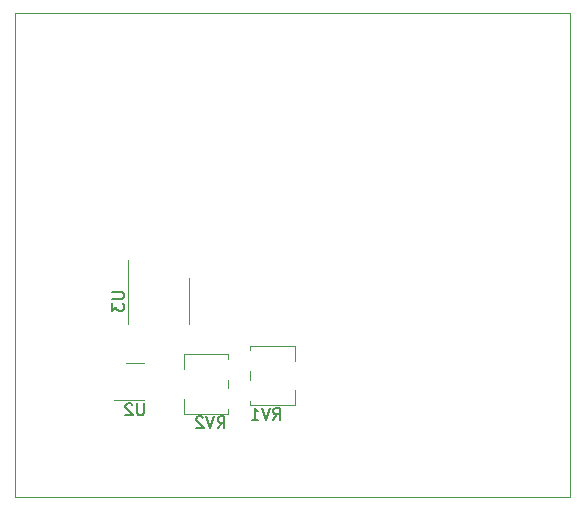
<source format=gbo>
%TF.GenerationSoftware,KiCad,Pcbnew,(6.0.7)*%
%TF.CreationDate,2022-08-25T15:43:46-04:00*%
%TF.ProjectId,chiller_interlock,6368696c-6c65-4725-9f69-6e7465726c6f,rev?*%
%TF.SameCoordinates,Original*%
%TF.FileFunction,Legend,Bot*%
%TF.FilePolarity,Positive*%
%FSLAX46Y46*%
G04 Gerber Fmt 4.6, Leading zero omitted, Abs format (unit mm)*
G04 Created by KiCad (PCBNEW (6.0.7)) date 2022-08-25 15:43:46*
%MOMM*%
%LPD*%
G01*
G04 APERTURE LIST*
%TA.AperFunction,Profile*%
%ADD10C,0.100000*%
%TD*%
%ADD11C,0.150000*%
%ADD12C,0.120000*%
G04 APERTURE END LIST*
D10*
X168000000Y-91000000D02*
X215000000Y-91000000D01*
X215000000Y-50000000D02*
X168000000Y-50000000D01*
X168000000Y-50000000D02*
X168000000Y-91000000D01*
X215000000Y-91000000D02*
X215000000Y-50000000D01*
D11*
%TO.C,RV1*%
X189895238Y-84452380D02*
X190228571Y-83976190D01*
X190466666Y-84452380D02*
X190466666Y-83452380D01*
X190085714Y-83452380D01*
X189990476Y-83500000D01*
X189942857Y-83547619D01*
X189895238Y-83642857D01*
X189895238Y-83785714D01*
X189942857Y-83880952D01*
X189990476Y-83928571D01*
X190085714Y-83976190D01*
X190466666Y-83976190D01*
X189609523Y-83452380D02*
X189276190Y-84452380D01*
X188942857Y-83452380D01*
X188085714Y-84452380D02*
X188657142Y-84452380D01*
X188371428Y-84452380D02*
X188371428Y-83452380D01*
X188466666Y-83595238D01*
X188561904Y-83690476D01*
X188657142Y-83738095D01*
%TO.C,U2*%
X178961904Y-83052380D02*
X178961904Y-83861904D01*
X178914285Y-83957142D01*
X178866666Y-84004761D01*
X178771428Y-84052380D01*
X178580952Y-84052380D01*
X178485714Y-84004761D01*
X178438095Y-83957142D01*
X178390476Y-83861904D01*
X178390476Y-83052380D01*
X177961904Y-83147619D02*
X177914285Y-83100000D01*
X177819047Y-83052380D01*
X177580952Y-83052380D01*
X177485714Y-83100000D01*
X177438095Y-83147619D01*
X177390476Y-83242857D01*
X177390476Y-83338095D01*
X177438095Y-83480952D01*
X178009523Y-84052380D01*
X177390476Y-84052380D01*
%TO.C,U3*%
X176252380Y-73638095D02*
X177061904Y-73638095D01*
X177157142Y-73685714D01*
X177204761Y-73733333D01*
X177252380Y-73828571D01*
X177252380Y-74019047D01*
X177204761Y-74114285D01*
X177157142Y-74161904D01*
X177061904Y-74209523D01*
X176252380Y-74209523D01*
X176252380Y-74590476D02*
X176252380Y-75209523D01*
X176633333Y-74876190D01*
X176633333Y-75019047D01*
X176680952Y-75114285D01*
X176728571Y-75161904D01*
X176823809Y-75209523D01*
X177061904Y-75209523D01*
X177157142Y-75161904D01*
X177204761Y-75114285D01*
X177252380Y-75019047D01*
X177252380Y-74733333D01*
X177204761Y-74638095D01*
X177157142Y-74590476D01*
%TO.C,RV2*%
X185195238Y-85152380D02*
X185528571Y-84676190D01*
X185766666Y-85152380D02*
X185766666Y-84152380D01*
X185385714Y-84152380D01*
X185290476Y-84200000D01*
X185242857Y-84247619D01*
X185195238Y-84342857D01*
X185195238Y-84485714D01*
X185242857Y-84580952D01*
X185290476Y-84628571D01*
X185385714Y-84676190D01*
X185766666Y-84676190D01*
X184909523Y-84152380D02*
X184576190Y-85152380D01*
X184242857Y-84152380D01*
X183957142Y-84247619D02*
X183909523Y-84200000D01*
X183814285Y-84152380D01*
X183576190Y-84152380D01*
X183480952Y-84200000D01*
X183433333Y-84247619D01*
X183385714Y-84342857D01*
X183385714Y-84438095D01*
X183433333Y-84580952D01*
X184004761Y-85152380D01*
X183385714Y-85152380D01*
D12*
%TO.C,RV1*%
X191720000Y-81940000D02*
X191720000Y-83220000D01*
X187980000Y-80340000D02*
X187980000Y-81060000D01*
X187980000Y-82840000D02*
X187980000Y-83220000D01*
X191720000Y-78180000D02*
X191720000Y-79460000D01*
X187980000Y-78180000D02*
X187980000Y-78560000D01*
X187980000Y-78180000D02*
X191720000Y-78180000D01*
X187980000Y-83220000D02*
X191720000Y-83220000D01*
%TO.C,U2*%
X178200000Y-79640000D02*
X179000000Y-79640000D01*
X178200000Y-79640000D02*
X177400000Y-79640000D01*
X178200000Y-82760000D02*
X176400000Y-82760000D01*
X178200000Y-82760000D02*
X179000000Y-82760000D01*
%TO.C,U3*%
X182760000Y-74400000D02*
X182760000Y-76350000D01*
X177640000Y-74400000D02*
X177640000Y-76350000D01*
X177640000Y-74400000D02*
X177640000Y-70950000D01*
X182760000Y-74400000D02*
X182760000Y-72450000D01*
%TO.C,RV2*%
X186070000Y-83920000D02*
X182330000Y-83920000D01*
X182330000Y-83920000D02*
X182330000Y-82640000D01*
X182330000Y-80160000D02*
X182330000Y-78880000D01*
X186070000Y-83920000D02*
X186070000Y-83540000D01*
X186070000Y-78880000D02*
X182330000Y-78880000D01*
X186070000Y-81760000D02*
X186070000Y-81040000D01*
X186070000Y-79260000D02*
X186070000Y-78880000D01*
%TD*%
M02*

</source>
